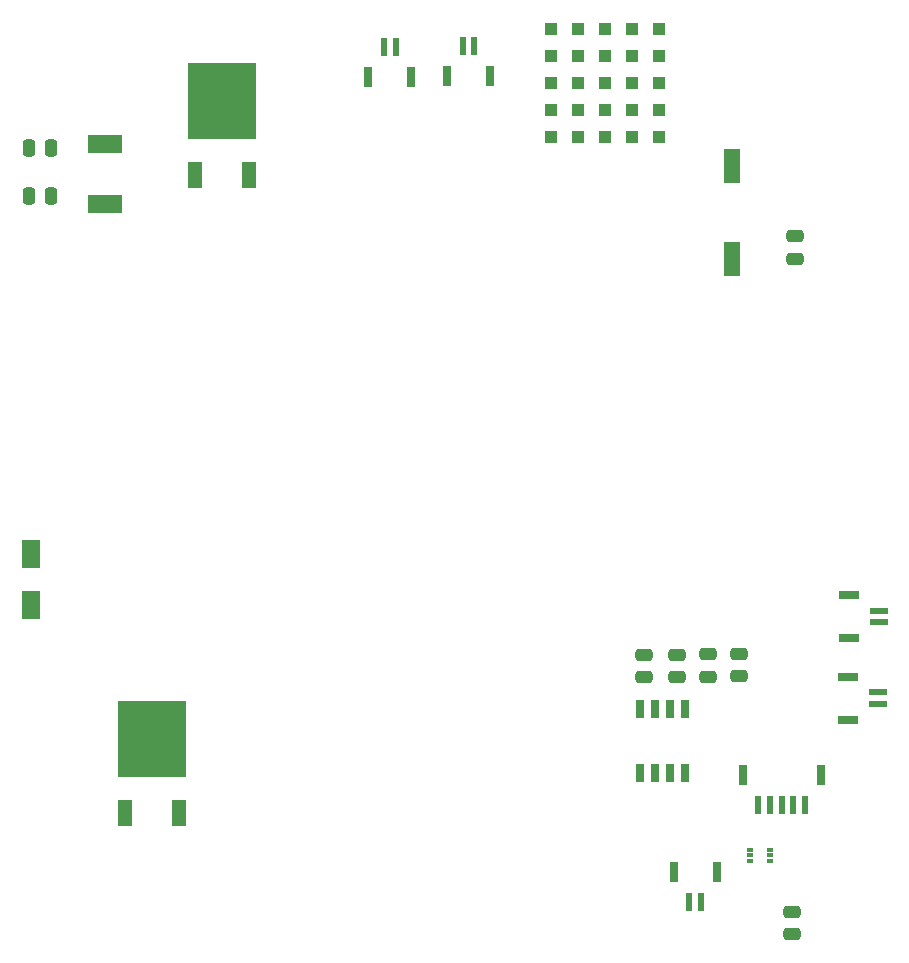
<source format=gbr>
%TF.GenerationSoftware,KiCad,Pcbnew,(6.0.1)*%
%TF.CreationDate,2024-01-13T19:57:02-05:00*%
%TF.ProjectId,PCB POWER,50434220-504f-4574-9552-2e6b69636164,rev?*%
%TF.SameCoordinates,Original*%
%TF.FileFunction,Paste,Top*%
%TF.FilePolarity,Positive*%
%FSLAX46Y46*%
G04 Gerber Fmt 4.6, Leading zero omitted, Abs format (unit mm)*
G04 Created by KiCad (PCBNEW (6.0.1)) date 2024-01-13 19:57:02*
%MOMM*%
%LPD*%
G01*
G04 APERTURE LIST*
G04 Aperture macros list*
%AMRoundRect*
0 Rectangle with rounded corners*
0 $1 Rounding radius*
0 $2 $3 $4 $5 $6 $7 $8 $9 X,Y pos of 4 corners*
0 Add a 4 corners polygon primitive as box body*
4,1,4,$2,$3,$4,$5,$6,$7,$8,$9,$2,$3,0*
0 Add four circle primitives for the rounded corners*
1,1,$1+$1,$2,$3*
1,1,$1+$1,$4,$5*
1,1,$1+$1,$6,$7*
1,1,$1+$1,$8,$9*
0 Add four rect primitives between the rounded corners*
20,1,$1+$1,$2,$3,$4,$5,0*
20,1,$1+$1,$4,$5,$6,$7,0*
20,1,$1+$1,$6,$7,$8,$9,0*
20,1,$1+$1,$8,$9,$2,$3,0*%
G04 Aperture macros list end*
%ADD10RoundRect,0.250000X-0.250000X-0.475000X0.250000X-0.475000X0.250000X0.475000X-0.250000X0.475000X0*%
%ADD11RoundRect,0.250000X-0.475000X0.250000X-0.475000X-0.250000X0.475000X-0.250000X0.475000X0.250000X0*%
%ADD12RoundRect,0.250000X0.475000X-0.250000X0.475000X0.250000X-0.475000X0.250000X-0.475000X-0.250000X0*%
%ADD13R,0.475000X0.300000*%
%ADD14R,1.550000X0.600000*%
%ADD15R,1.800000X0.800000*%
%ADD16R,0.650000X1.525000*%
%ADD17R,0.600000X1.550000*%
%ADD18R,0.800000X1.800000*%
%ADD19R,1.200000X2.200000*%
%ADD20R,5.800000X6.400000*%
%ADD21R,1.470000X3.000000*%
%ADD22R,1.060000X1.060000*%
%ADD23R,1.550000X2.350000*%
%ADD24R,3.000000X1.650000*%
G04 APERTURE END LIST*
D10*
%TO.C,C2*%
X66560000Y-76710000D03*
X68460000Y-76710000D03*
%TD*%
D11*
%TO.C,C8*%
X131420000Y-80150000D03*
X131420000Y-82050000D03*
%TD*%
D12*
%TO.C,C5*%
X124090000Y-117450000D03*
X124090000Y-115550000D03*
%TD*%
D13*
%TO.C,IC1*%
X127652000Y-132070000D03*
X127652000Y-132570000D03*
X127652000Y-133070000D03*
X129328000Y-133070000D03*
X129328000Y-132570000D03*
X129328000Y-132070000D03*
%TD*%
D14*
%TO.C,J7*%
X138440000Y-119760000D03*
X138440000Y-118760000D03*
D15*
X135915000Y-121060000D03*
X135915000Y-117460000D03*
%TD*%
D16*
%TO.C,U1*%
X118295000Y-125552000D03*
X119565000Y-125552000D03*
X120835000Y-125552000D03*
X122105000Y-125552000D03*
X122105000Y-120128000D03*
X120835000Y-120128000D03*
X119565000Y-120128000D03*
X118295000Y-120128000D03*
%TD*%
D17*
%TO.C,J3*%
X97630000Y-64100000D03*
X96630000Y-64100000D03*
D18*
X98930000Y-66625000D03*
X95330000Y-66625000D03*
%TD*%
D14*
%TO.C,J4*%
X138520000Y-112830000D03*
X138520000Y-111830000D03*
D15*
X135995000Y-114130000D03*
X135995000Y-110530000D03*
%TD*%
D19*
%TO.C,Q2*%
X80620000Y-74970000D03*
D20*
X82900000Y-68670000D03*
D19*
X85180000Y-74970000D03*
%TD*%
%TO.C,Q1*%
X74690000Y-129000000D03*
D20*
X76970000Y-122700000D03*
D19*
X79250000Y-129000000D03*
%TD*%
D21*
%TO.C,U4*%
X126130000Y-82060000D03*
X126130000Y-74160000D03*
%TD*%
D17*
%TO.C,J5*%
X128310000Y-128295000D03*
X129310000Y-128295000D03*
X130310000Y-128295000D03*
X131310000Y-128295000D03*
X132310000Y-128295000D03*
D18*
X127010000Y-125770000D03*
X133610000Y-125770000D03*
%TD*%
D17*
%TO.C,J6*%
X104300000Y-64070000D03*
X103300000Y-64070000D03*
D18*
X105600000Y-66595000D03*
X102000000Y-66595000D03*
%TD*%
D12*
%TO.C,C7*%
X126690000Y-117400000D03*
X126690000Y-115500000D03*
%TD*%
D17*
%TO.C,J2*%
X122500000Y-136470000D03*
X123500000Y-136470000D03*
D18*
X121200000Y-133945000D03*
X124800000Y-133945000D03*
%TD*%
D22*
%TO.C,U3*%
X110790000Y-62590000D03*
X113080000Y-62590000D03*
X115370000Y-62590000D03*
X117660000Y-62590000D03*
X119950000Y-62590000D03*
X110790000Y-64880000D03*
X113080000Y-64880000D03*
X115370000Y-64880000D03*
X117660000Y-64880000D03*
X119950000Y-64880000D03*
X110790000Y-67170000D03*
X113080000Y-67170000D03*
X115370000Y-67170000D03*
X117660000Y-67170000D03*
X119950000Y-67170000D03*
X110790000Y-69460000D03*
X113080000Y-69460000D03*
X115370000Y-69460000D03*
X117660000Y-69460000D03*
X119950000Y-69460000D03*
X110790000Y-71750000D03*
X113080000Y-71750000D03*
X115370000Y-71750000D03*
X117660000Y-71750000D03*
X119950000Y-71750000D03*
%TD*%
D10*
%TO.C,C4*%
X66590000Y-72650000D03*
X68490000Y-72650000D03*
%TD*%
D12*
%TO.C,C6*%
X118630000Y-117490000D03*
X118630000Y-115590000D03*
%TD*%
D23*
%TO.C,D1*%
X66740000Y-111330000D03*
X66740000Y-107030000D03*
%TD*%
D24*
%TO.C,U2*%
X73040000Y-77440000D03*
X73040000Y-72340000D03*
%TD*%
D12*
%TO.C,C1*%
X131150000Y-139230000D03*
X131150000Y-137330000D03*
%TD*%
%TO.C,C3*%
X121450000Y-117470000D03*
X121450000Y-115570000D03*
%TD*%
M02*

</source>
